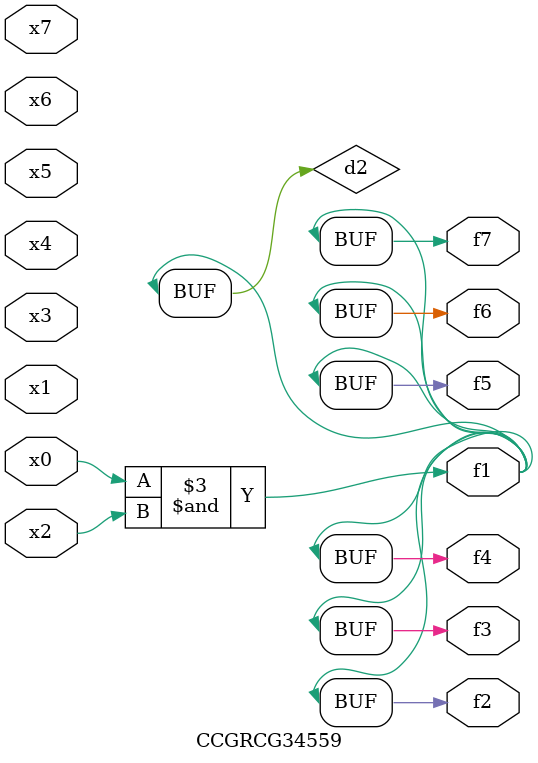
<source format=v>
module CCGRCG34559(
	input x0, x1, x2, x3, x4, x5, x6, x7,
	output f1, f2, f3, f4, f5, f6, f7
);

	wire d1, d2;

	nor (d1, x3, x6);
	and (d2, x0, x2);
	assign f1 = d2;
	assign f2 = d2;
	assign f3 = d2;
	assign f4 = d2;
	assign f5 = d2;
	assign f6 = d2;
	assign f7 = d2;
endmodule

</source>
